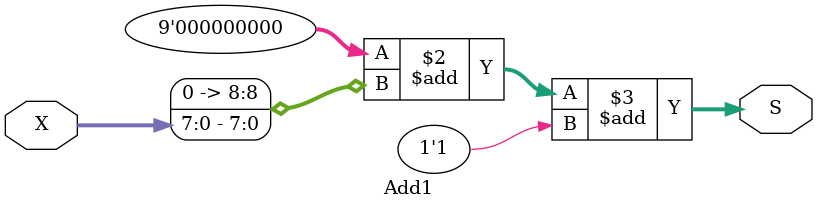
<source format=sv>

module Add1 #(parameter int n = 8) (
    input logic [n-1:0] X,
    output logic [n:0] S
);
    // Signals, Constants, Variables, Components
    always_comb begin
        S = '0 + {1'b0, X} + 1'b1; // with sign bit
    end
endmodule
</source>
